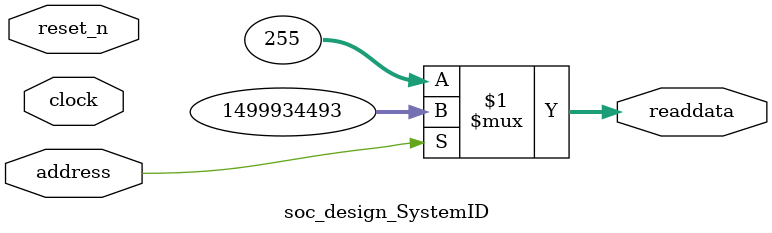
<source format=v>



// synthesis translate_off
`timescale 1ns / 1ps
// synthesis translate_on

// turn off superfluous verilog processor warnings 
// altera message_level Level1 
// altera message_off 10034 10035 10036 10037 10230 10240 10030 

module soc_design_SystemID (
               // inputs:
                address,
                clock,
                reset_n,

               // outputs:
                readdata
             )
;

  output  [ 31: 0] readdata;
  input            address;
  input            clock;
  input            reset_n;

  wire    [ 31: 0] readdata;
  //control_slave, which is an e_avalon_slave
  assign readdata = address ? 1499934493 : 255;

endmodule



</source>
